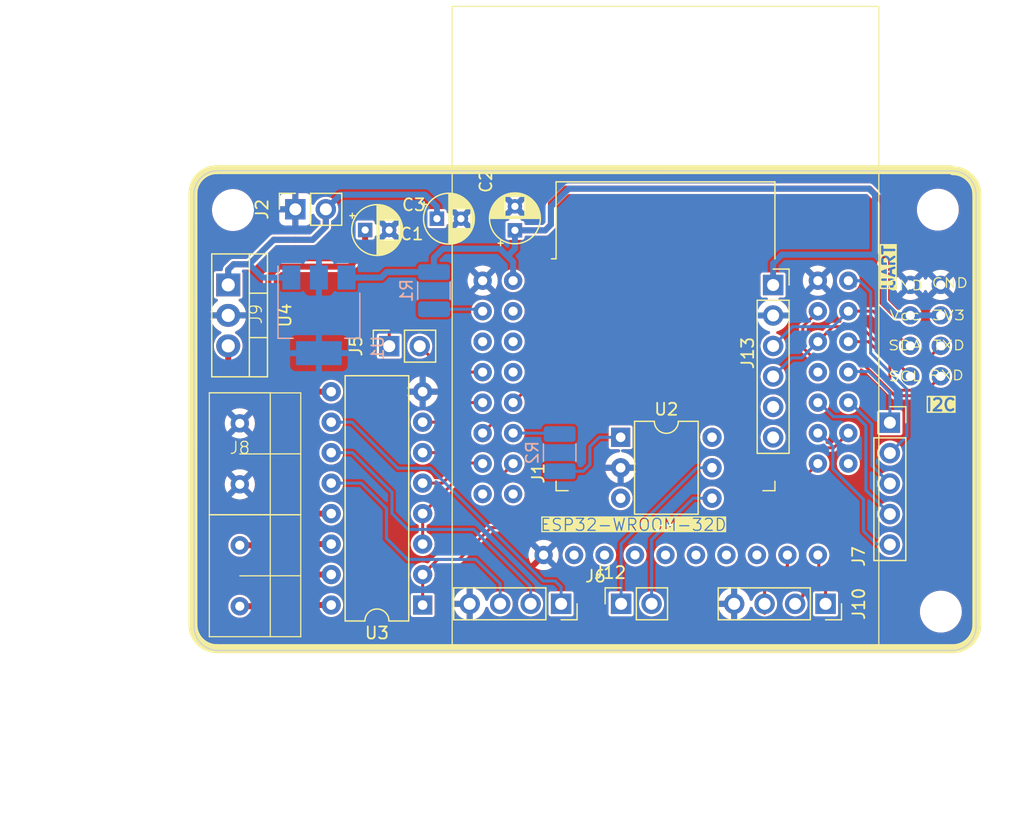
<source format=kicad_pcb>
(kicad_pcb (version 20240108) (generator "pcbnew") (generator_version "8.0")
  (layers (0 "F.Cu" signal) (31 "B.Cu" signal) (34 "B.Paste" user) (35 "F.Paste" user) (36 "B.SilkS" user "B.Silkscreen") (37 "F.SilkS" user "F.Silkscreen") (38 "B.Mask" user) (39 "F.Mask" user) (44 "Edge.Cuts" user))
  (net 0 "")
  (net 1 "GND")
  (net 2 "+3V3")
  (net 3 "+5V")
  (net 4 "/RXD")
  (net 5 "/TXD")
  (net 6 "/SDA")
  (net 7 "/OUT2")
  (net 8 "/OUT3")
  (net 9 "/SCL")
  (net 10 "/OUT1")
  (net 11 "/EN")
  (net 12 "/SOURCE2")
  (net 13 "/SOURCE1")
  (net 14 "/SOURCE3")
  (net 15 "/VDC")
  (net 16 "/DAC1")
  (net 17 "/DAC2")
  (net 18 "/GPIO13")
  (net 19 "/GPIO19")
  (net 20 "/GPIO17")
  (net 21 "/GPIO5")
  (net 22 "/GPIO18")
  (net 23 "/GPIO36")
  (net 24 "/ADC2_CH3")
  (net 25 "/GPIO32")
  (net 26 "/GPIO34")
  (net 27 "/SD_DATA1")
  (net 28 "/SD_DATA2")
  (net 29 "/SD_CLK")
  (net 30 "/SD_CMD")
  (net 31 "/SD_DATA3")
  (net 32 "/ADC2_CH0")
  (net 33 "/GPIO23")
  (net 34 "/SD_DATA0")
  (net 35 "/GPIO27")
  (net 36 "/ADC2_CH2")
  (net 37 "/BOOT")
  (net 39 "/V1-")
  (net 40 "Net-(R2-Pad2)")
  (net 41 "/V1+")
  (net 43 "/GPIO39")
  (net 44 "/DTR")
  (net 45 "/RTS")
  (net 46 "/OUT4")
  (net 47 "/SOURCE4")
  (net 48 "/OUT5")
  (net 49 "/SOURCE5")
  (footprint "Capacitor_THT:CP_Radial_D4.0mm_P2.00mm" (layer "F.Cu") (at 106.75 44.9726 90)
    (property "Reference" "C2" (at 4.1 -2.42 -90) (layer "F.SilkS"))
    (property "Value" "1uF")
    (pad "1" thru_hole rect (at 0 0 90) (size 1.2 1.2) (drill 0.6) (layers "*.Cu" "*.Mask") (net 2 "+3V3"))
    (pad "2" thru_hole circle (at 2 0 90) (size 1.2 1.2) (drill 0.6) (layers "*.Cu" "*.Mask") (net 1 "GND"))
  )
  (footprint "Alexander Footprints Library:ESP32-WROOM-Adapter-Socket-2" (layer "F.Cu") (at 119.3 56.79)
    (property "Reference" "J1" (at -10.61 8.43 90) (layer "F.SilkS"))
    (property "Value" "~")
    (fp_text user "ESP32-WROOM-32D" (at -10.5 13.31 0) (layer "F.SilkS" knockout) (effects (font (thickness 0.1)) (justify left bottom)))
    (pad "" thru_hole circle (at -15.24 10.16) (size 1.524 1.524) (drill 0.762) (layers "*.Cu" "*.Mask"))
    (pad "" thru_hole circle (at -12.7 10.16) (size 1.524 1.524) (drill 0.762) (layers "*.Cu" "*.Mask"))
    (pad "1" thru_hole circle (at -15.24 -7.62) (size 1.524 1.524) (drill 0.762) (layers "*.Cu" "*.Mask") (net 1 "GND"))
    (pad "2" thru_hole circle (at -12.7 -7.62) (size 1.524 1.524) (drill 0.762) (layers "*.Cu" "*.Mask") (net 2 "+3V3"))
    (pad "3" thru_hole circle (at -15.24 -5.08) (size 1.524 1.524) (drill 0.762) (layers "*.Cu" "*.Mask") (net 11 "/EN"))
    (pad "4" thru_hole circle (at -12.7 -5.08) (size 1.524 1.524) (drill 0.762) (layers "*.Cu" "*.Mask") (net 23 "/GPIO36"))
    (pad "5" thru_hole circle (at -15.24 -2.54) (size 1.524 1.524) (drill 0.762) (layers "*.Cu" "*.Mask") (net 43 "/GPIO39"))
    (pad "6" thru_hole circle (at -12.7 -2.54) (size 1.524 1.524) (drill 0.762) (layers "*.Cu" "*.Mask") (net 26 "/GPIO34"))
    (pad "7" thru_hole circle (at -15.24 0) (size 1.524 1.524) (drill 0.762) (layers "*.Cu" "*.Mask") (net 48 "/OUT5"))
    (pad "8" thru_hole circle (at -12.7 0) (size 1.524 1.524) (drill 0.762) (layers "*.Cu" "*.Mask") (net 25 "/GPIO32"))
    (pad "9" thru_hole circle (at -15.24 2.54) (size 1.524 1.524) (drill 0.762) (layers "*.Cu" "*.Mask") (net 46 "/OUT4"))
    (pad "10" thru_hole circle (at -12.7 2.54) (size 1.524 1.524) (drill 0.762) (layers "*.Cu" "*.Mask") (net 16 "/DAC1"))
    (pad "11" thru_hole circle (at -15.24 5.08) (size 1.524 1.524) (drill 0.762) (layers "*.Cu" "*.Mask") (net 17 "/DAC2"))
    (pad "12" thru_hole circle (at -12.7 5.08) (size 1.524 1.524) (drill 0.762) (layers "*.Cu" "*.Mask") (net 35 "/GPIO27"))
    (pad "13" thru_hole circle (at -15.24 7.62) (size 1.524 1.524) (drill 0.762) (layers "*.Cu" "*.Mask") (net 8 "/OUT3"))
    (pad "14" thru_hole circle (at -12.7 7.62) (size 1.524 1.524) (drill 0.762) (layers "*.Cu" "*.Mask") (net 7 "/OUT2"))
    (pad "15" thru_hole circle (at -10.16 15.24 90) (size 1.524 1.524) (drill 0.762) (layers "*.Cu" "*.Mask") (net 1 "GND"))
    (pad "16" thru_hole circle (at -7.62 15.24 90) (size 1.524 1.524) (drill 0.762) (layers "*.Cu" "*.Mask") (net 18 "/GPIO13"))
    (pad "17" thru_hole circle (at -5.08 15.24 90) (size 1.524 1.524) (drill 0.762) (layers "*.Cu" "*.Mask") (net 28 "/SD_DATA2"))
    (pad "18" thru_hole circle (at -2.54 15.24 90) (size 1.524 1.524) (drill 0.762) (layers "*.Cu" "*.Mask") (net 31 "/SD_DATA3"))
    (pad "19" thru_hole circle (at 0 15.24 90) (size 1.524 1.524) (drill 0.762) (layers "*.Cu" "*.Mask") (net 30 "/SD_CMD"))
    (pad "20" thru_hole circle (at 2.54 15.24 90) (size 1.524 1.524) (drill 0.762) (layers "*.Cu" "*.Mask") (net 29 "/SD_CLK"))
    (pad "21" thru_hole circle (at 5.08 15.24 90) (size 1.524 1.524) (drill 0.762) (layers "*.Cu" "*.Mask") (net 34 "/SD_DATA0"))
    (pad "22" thru_hole circle (at 7.62 15.24 90) (size 1.524 1.524) (drill 0.762) (layers "*.Cu" "*.Mask") (net 27 "/SD_DATA1"))
    (pad "23" thru_hole circle (at 10.16 15.24 90) (size 1.524 1.524) (drill 0.762) (layers "*.Cu" "*.Mask") (net 24 "/ADC2_CH3"))
    (pad "24" thru_hole circle (at 12.7 15.24 90) (size 1.524 1.524) (drill 0.762) (layers "*.Cu" "*.Mask") (net 36 "/ADC2_CH2"))
    (pad "25" thru_hole circle (at 15.24 7.62) (size 1.524 1.524) (drill 0.762) (layers "*.Cu" "*.Mask") (net 37 "/BOOT"))
    (pad "26" thru_hole circle (at 12.7 7.62) (size 1.524 1.524) (drill 0.762) (layers "*.Cu" "*.Mask") (net 32 "/ADC2_CH0"))
    (pad "27" thru_hole circle (at 15.24 5.08) (size 1.524 1.524) (drill 0.762) (layers "*.Cu" "*.Mask") (net 10 "/OUT1"))
    (pad "28" thru_hole circle (at 12.7 5.08) (size 1.524 1.524) (drill 0.762) (layers "*.Cu" "*.Mask") (net 20 "/GPIO17"))
    (pad "29" thru_hole circle (at 15.24 2.54) (size 1.524 1.524) (drill 0.762) (layers "*.Cu" "*.Mask") (net 21 "/GPIO5"))
    (pad "30" thru_hole circle (at 12.7 2.54) (size 1.524 1.524) (drill 0.762) (layers "*.Cu" "*.Mask") (net 22 "/GPIO18"))
    (pad "31" thru_hole circle (at 15.24 0) (size 1.524 1.524) (drill 0.762) (layers "*.Cu" "*.Mask") (net 19 "/GPIO19"))
    (pad "32" thru_hole circle (at 12.7 0) (size 1.524 1.524) (drill 0.762) (layers "*.Cu" "*.Mask"))
    (pad "33" thru_hole circle (at 15.24 -2.54) (size 1.524 1.524) (drill 0.762) (layers "*.Cu" "*.Mask") (net 6 "/SDA"))
    (pad "34" thru_hole circle (at 12.7 -2.54) (size 1.524 1.524) (drill 0.762) (layers "*.Cu" "*.Mask") (net 4 "/RXD"))
    (pad "35" thru_hole circle (at 15.24 -5.08) (size 1.524 1.524) (drill 0.762) (layers "*.Cu" "*.Mask") (net 5 "/TXD"))
    (pad "36" thru_hole circle (at 12.7 -5.08) (size 1.524 1.524) (drill 0.762) (layers "*.Cu" "*.Mask") (net 9 "/SCL"))
    (pad "37" thru_hole circle (at 15.24 -7.62) (size 1.524 1.524) (drill 0.762) (layers "*.Cu" "*.Mask") (net 33 "/GPIO23"))
    (pad "38" thru_hole circle (at 12.7 -7.62) (size 1.524 1.524) (drill 0.762) (layers "*.Cu" "*.Mask") (net 1 "GND"))
  )
  (footprint "MountingHole:MountingHole_3mm" (layer "F.Cu") (at 142 43.25)
    (property "Reference" "H1" (hide yes))
    (property "Value" "MountingHole_Pad")
    (pad "" np_thru_hole circle (at 0 0) (size 3 3) (drill 3) (layers "*.Cu" "*.Mask"))
  )
  (footprint "MountingHole:MountingHole_3mm" (layer "F.Cu") (at 83.25 43.28)
    (property "Reference" "H2" (hide yes))
    (property "Value" "MountingHole_Pad")
    (pad "" np_thru_hole circle (at 0 0) (size 3 3) (drill 3) (layers "*.Cu" "*.Mask"))
  )
  (footprint "Package_DIP:DIP-16_W7.62mm" (layer "F.Cu") (at 99.06 76.2 180)
    (property "Reference" "U3" (at 3.81 -2.33 0) (layer "F.SilkS"))
    (property "Value" "ULN2003")
    (pad "1" thru_hole rect (at 0 0 180) (size 1.6 1.6) (drill 0.8) (layers "*.Cu" "*.Mask") (net 10 "/OUT1"))
    (pad "2" thru_hole oval (at 0 2.54 180) (size 1.6 1.6) (drill 0.8) (layers "*.Cu" "*.Mask") (net 10 "/OUT1"))
    (pad "3" thru_hole oval (at 0 5.08 180) (size 1.6 1.6) (drill 0.8) (layers "*.Cu" "*.Mask") (net 7 "/OUT2"))
    (pad "4" thru_hole oval (at 0 7.62 180) (size 1.6 1.6) (drill 0.8) (layers "*.Cu" "*.Mask") (net 7 "/OUT2"))
    (pad "5" thru_hole oval (at 0 10.16 180) (size 1.6 1.6) (drill 0.8) (layers "*.Cu" "*.Mask") (net 8 "/OUT3"))
    (pad "6" thru_hole oval (at 0 12.7 180) (size 1.6 1.6) (drill 0.8) (layers "*.Cu" "*.Mask") (net 46 "/OUT4"))
    (pad "7" thru_hole oval (at 0 15.24 180) (size 1.6 1.6) (drill 0.8) (layers "*.Cu" "*.Mask") (net 48 "/OUT5"))
    (pad "8" thru_hole oval (at 0 17.78 180) (size 1.6 1.6) (drill 0.8) (layers "*.Cu" "*.Mask") (net 1 "GND"))
    (pad "9" thru_hole oval (at 7.62 17.78 180) (size 1.6 1.6) (drill 0.8) (layers "*.Cu" "*.Mask") (net 3 "+5V"))
    (pad "10" thru_hole oval (at 7.62 15.24 180) (size 1.6 1.6) (drill 0.8) (layers "*.Cu" "*.Mask") (net 49 "/SOURCE5"))
    (pad "11" thru_hole oval (at 7.62 12.7 180) (size 1.6 1.6) (drill 0.8) (layers "*.Cu" "*.Mask") (net 47 "/SOURCE4"))
    (pad "12" thru_hole oval (at 7.62 10.16 180) (size 1.6 1.6) (drill 0.8) (layers "*.Cu" "*.Mask") (net 14 "/SOURCE3"))
    (pad "13" thru_hole oval (at 7.62 7.62 180) (size 1.6 1.6) (drill 0.8) (layers "*.Cu" "*.Mask") (net 12 "/SOURCE2"))
    (pad "14" thru_hole oval (at 7.62 5.08 180) (size 1.6 1.6) (drill 0.8) (layers "*.Cu" "*.Mask") (net 12 "/SOURCE2"))
    (pad "15" thru_hole oval (at 7.62 2.54 180) (size 1.6 1.6) (drill 0.8) (layers "*.Cu" "*.Mask") (net 13 "/SOURCE1"))
    (pad "16" thru_hole oval (at 7.62 0 180) (size 1.6 1.6) (drill 0.8) (layers "*.Cu" "*.Mask") (net 13 "/SOURCE1"))
  )
  (footprint "Package_DIP:DIP-6_W7.62mm" (layer "F.Cu") (at 115.56 62.22)
    (property "Reference" "U2" (at 3.81 -2.33 0) (layer "F.SilkS"))
    (property "Value" "4N35")
    (pad "1" thru_hole rect (at 0 0) (size 1.6 1.6) (drill 0.8) (layers "*.Cu" "*.Mask") (net 40 "Net-(R2-Pad2)"))
    (pad "2" thru_hole oval (at 0 2.54) (size 1.6 1.6) (drill 0.8) (layers "*.Cu" "*.Mask") (net 1 "GND"))
    (pad "3" thru_hole oval (at 0 5.08) (size 1.6 1.6) (drill 0.8) (layers "*.Cu" "*.Mask"))
    (pad "4" thru_hole oval (at 7.62 5.08) (size 1.6 1.6) (drill 0.8) (layers "*.Cu" "*.Mask") (net 39 "/V1-"))
    (pad "5" thru_hole oval (at 7.62 2.54) (size 1.6 1.6) (drill 0.8) (layers "*.Cu" "*.Mask") (net 41 "/V1+"))
    (pad "6" thru_hole oval (at 7.62 0) (size 1.6 1.6) (drill 0.8) (layers "*.Cu" "*.Mask"))
  )
  (footprint "Alexander Footprints Library:Conn_Terminal_5mm" (layer "F.Cu") (at 83.82 53.44)
    (property "Reference" "J9" (at 1.33 -1.49 90) (layer "F.SilkS") (effects (font (thickness 0.1))))
    (property "Value" "Conn_01x02_Socket")
    (pad "1" thru_hole circle (at 0 7.62) (size 1.524 1.524) (drill 0.762) (layers "*.Cu" "*.Mask") (net 1 "GND"))
    (pad "2" thru_hole circle (at 0 12.7) (size 1.524 1.524) (drill 0.762) (layers "*.Cu" "*.Mask") (net 1 "GND"))
  )
  (footprint "Connector_PinSocket_2.54mm:PinSocket_1x05_P2.54mm_Vertical" (layer "F.Cu") (at 138 61)
    (property "Reference" "J7" (at -2.6 11.15 90) (layer "F.SilkS"))
    (property "Value" "GPIO")
    (pad "1" thru_hole rect (at 0 0) (size 1.7 1.7) (drill 1) (layers "*.Cu" "*.Mask") (net 19 "/GPIO19"))
    (pad "2" thru_hole oval (at 0 2.54) (size 1.7 1.7) (drill 1) (layers "*.Cu" "*.Mask") (net 33 "/GPIO23"))
    (pad "3" thru_hole oval (at 0 5.08) (size 1.7 1.7) (drill 1) (layers "*.Cu" "*.Mask") (net 21 "/GPIO5"))
    (pad "4" thru_hole oval (at 0 7.62) (size 1.7 1.7) (drill 1) (layers "*.Cu" "*.Mask") (net 22 "/GPIO18"))
    (pad "5" thru_hole oval (at 0 10.16) (size 1.7 1.7) (drill 1) (layers "*.Cu" "*.Mask") (net 20 "/GPIO17"))
  )
  (footprint "Connector_PinSocket_2.54mm:PinSocket_1x02_P2.54mm_Vertical" (layer "F.Cu") (at 88.45 43.22 90)
    (property "Reference" "J2" (at 0 -2.77 -90) (layer "F.SilkS"))
    (property "Value" "PWD")
    (pad "1" thru_hole rect (at 0 0 90) (size 1.7 1.7) (drill 1) (layers "*.Cu" "*.Mask") (net 1 "GND"))
    (pad "2" thru_hole oval (at 0 2.54 90) (size 1.7 1.7) (drill 1) (layers "*.Cu" "*.Mask") (net 15 "/VDC"))
  )
  (footprint "Connector_PinSocket_2.54mm:PinSocket_1x02_P2.54mm_Vertical" (layer "F.Cu") (at 115.6 76.1 90)
    (property "Reference" "J12" (at 2.6 -0.92 180) (layer "F.SilkS"))
    (property "Value" "Conn_01x02_Socket")
    (pad "1" thru_hole rect (at 0 0 90) (size 1.7 1.7) (drill 1) (layers "*.Cu" "*.Mask") (net 41 "/V1+"))
    (pad "2" thru_hole oval (at 0 2.54 90) (size 1.7 1.7) (drill 1) (layers "*.Cu" "*.Mask") (net 39 "/V1-"))
  )
  (footprint "Connector_PinSocket_2.54mm:PinSocket_1x04_P2.54mm_Vertical" (layer "F.Cu") (at 110.6 76.1 -90)
    (property "Reference" "J6" (at -2.3 -2.87 180) (layer "F.SilkS"))
    (property "Value" "SOURCE")
    (pad "1" thru_hole rect (at 0 0 270) (size 1.7 1.7) (drill 1) (layers "*.Cu" "*.Mask") (net 49 "/SOURCE5"))
    (pad "2" thru_hole oval (at 0 2.54 270) (size 1.7 1.7) (drill 1) (layers "*.Cu" "*.Mask") (net 47 "/SOURCE4"))
    (pad "3" thru_hole oval (at 0 5.08 270) (size 1.7 1.7) (drill 1) (layers "*.Cu" "*.Mask") (net 14 "/SOURCE3"))
    (pad "4" thru_hole oval (at 0 7.62 270) (size 1.7 1.7) (drill 1) (layers "*.Cu" "*.Mask") (net 1 "GND"))
  )
  (footprint "Connector_PinSocket_2.54mm:PinSocket_1x04_P2.54mm_Vertical" (layer "F.Cu") (at 132.64 76.1 -90)
    (property "Reference" "J10" (at 0 -2.77 90) (layer "F.SilkS"))
    (property "Value" "ADC")
    (pad "1" thru_hole rect (at 0 0 270) (size 1.7 1.7) (drill 1) (layers "*.Cu" "*.Mask") (net 36 "/ADC2_CH2"))
    (pad "2" thru_hole oval (at 0 2.54 270) (size 1.7 1.7) (drill 1) (layers "*.Cu" "*.Mask") (net 32 "/ADC2_CH0"))
    (pad "3" thru_hole oval (at 0 5.08 270) (size 1.7 1.7) (drill 1) (layers "*.Cu" "*.Mask") (net 24 "/ADC2_CH3"))
    (pad "4" thru_hole oval (at 0 7.62 270) (size 1.7 1.7) (drill 1) (layers "*.Cu" "*.Mask") (net 1 "GND"))
  )
  (footprint "Capacitor_THT:CP_Radial_D4.0mm_P2.00mm" (layer "F.Cu") (at 94.267401 44.948)
    (property "Reference" "C3" (at 4.05 -2.1 0) (layer "F.SilkS"))
    (property "Value" "1uF")
    (pad "1" thru_hole rect (at 0 0) (size 1.2 1.2) (drill 0.6) (layers "*.Cu" "*.Mask") (net 3 "+5V"))
    (pad "2" thru_hole circle (at 2 0) (size 1.2 1.2) (drill 0.6) (layers "*.Cu" "*.Mask") (net 1 "GND"))
  )
  (footprint "Connector_PinSocket_2.54mm:PinSocket_1x02_P2.54mm_Vertical" (layer "F.Cu") (at 96.276 54.625 90)
    (property "Reference" "J5" (at 0 -2.77 -90) (layer "F.SilkS"))
    (property "Value" "DAC_Socket")
    (pad "1" thru_hole rect (at 0 0 90) (size 1.7 1.7) (drill 1) (layers "*.Cu" "*.Mask") (net 16 "/DAC1"))
    (pad "2" thru_hole oval (at 0 2.54 90) (size 1.7 1.7) (drill 1) (layers "*.Cu" "*.Mask") (net 17 "/DAC2"))
  )
  (footprint "Alexander Footprints Library:Conn_UART" (layer "F.Cu") (at 139.7 41.9)
    (property "Reference" "J3" (hide yes))
    (property "Value" "UART")
    (fp_text user "3V3" (at 3.2 10.16 0) (layer "F.SilkS") (effects (font (size 0.8 1) (thickness 0.1))))
    (fp_text user "GND" (at 3.3 7.46 0) (layer "F.SilkS") (effects (font (size 0.8 1) (thickness 0.1))))
    (fp_text user "RXD" (at 3 15.16 0) (layer "F.SilkS") (effects (font (size 0.8 1) (thickness 0.1))))
    (fp_text user "TXD" (at 3.2 12.66 0) (layer "F.SilkS") (effects (font (size 0.8 1) (thickness 0.1))))
    (fp_text user "UART" (at -1.2 6.16 90) (layer "F.SilkS" knockout) (effects (font (thickness 0.2) (bold yes)) (justify bottom)))
    (pad "3V3" thru_hole circle (at 0 10.16) (size 1.524 1.524) (drill 0.762) (layers "*.Cu" "*.Mask") (net 2 "+3V3"))
    (pad "GND" thru_hole circle (at 0 7.62) (size 1.524 1.524) (drill 0.762) (layers "*.Cu" "*.Mask") (net 1 "GND"))
    (pad "RXD" thru_hole circle (at 0 15.24) (size 1.524 1.524) (drill 0.762) (layers "*.Cu" "*.Mask") (net 4 "/RXD"))
    (pad "TXD" thru_hole circle (at 0 12.7) (size 1.524 1.524) (drill 0.762) (layers "*.Cu" "*.Mask") (net 5 "/TXD"))
  )
  (footprint "Capacitor_THT:CP_Radial_D4.0mm_P2.00mm" (layer "F.Cu") (at 100.25 44)
    (property "Reference" "C1" (at -2.1 1.28 0) (layer "F.SilkS"))
    (property "Value" "1uF")
    (pad "1" thru_hole rect (at 0 0) (size 1.2 1.2) (drill 0.6) (layers "*.Cu" "*.Mask") (net 15 "/VDC"))
    (pad "2" thru_hole circle (at 2 0) (size 1.2 1.2) (drill 0.6) (layers "*.Cu" "*.Mask") (net 1 "GND"))
  )
  (footprint "Alexander Footprints Library:LD1117" (layer "F.Cu") (at 82.855 49.52 -90)
    (property "Reference" "U4" (at 2.54 -4.745 90) (layer "F.SilkS"))
    (property "Value" "L7805")
    (pad "1" thru_hole rect (at 0 0 270) (size 1.905 2) (drill 1.1) (layers "*.Cu" "*.Mask") (net 15 "/VDC"))
    (pad "2" thru_hole oval (at 2.54 0 270) (size 1.905 2) (drill 1.1) (layers "*.Cu" "*.Mask") (net 1 "GND"))
    (pad "3" thru_hole oval (at 5.08 0 270) (size 1.905 2) (drill 1.1) (layers "*.Cu" "*.Mask") (net 3 "+5V"))
  )
  (footprint "Alexander Footprints Library:Conn_I2C" (layer "F.Cu") (at 142.24 41.9)
    (property "Reference" "J4" (hide yes))
    (property "Value" "I2C")
    (fp_text user "I2C" (at 0.01 18.206 0) (layer "F.SilkS" knockout) (effects (font (thickness 0.2) (bold yes)) (justify bottom)))
    (fp_text user "SCL" (at -2.99 15.24 0) (layer "F.SilkS") (effects (font (size 0.8 1) (thickness 0.1))))
    (fp_text user "SDA" (at -2.99 12.666 0) (layer "F.SilkS") (effects (font (size 0.8 1) (thickness 0.1))))
    (fp_text user "GND" (at -2.99 7.666 0) (layer "F.SilkS") (effects (font (size 0.8 1) (thickness 0.1))))
    (fp_text user "Vcc" (at -2.99 10.16 0) (layer "F.SilkS") (effects (font (size 0.8 1) (thickness 0.1))))
    (pad "GND" thru_hole circle (at 0 7.62) (size 1.524 1.524) (drill 0.762) (layers "*.Cu" "*.Mask") (net 1 "GND"))
    (pad "SCL" thru_hole circle (at 0 15.24) (size 1.524 1.524) (drill 0.762) (layers "*.Cu" "*.Mask") (net 9 "/SCL"))
    (pad "SDA" thru_hole circle (at 0 12.7) (size 1.524 1.524) (drill 0.762) (layers "*.Cu" "*.Mask") (net 6 "/SDA"))
    (pad "Vcc" thru_hole circle (at 0 10.16) (size 1.524 1.524) (drill 0.762) (layers "*.Cu" "*.Mask") (net 2 "+3V3"))
  )
  (footprint "MountingHole:MountingHole_3mm" (layer "F.Cu") (at 142.25 76.75)
    (property "Reference" "H4" (hide yes))
    (property "Value" "MountingHole_Pad")
    (pad "" np_thru_hole circle (at 0 0) (size 3 3) (drill 3) (layers "*.Cu" "*.Mask"))
  )
  (footprint "Connector_PinSocket_2.54mm:PinSocket_1x06_P2.54mm_Vertical" (layer "F.Cu") (at 128.27 49.53)
    (property "Reference" "J13" (at -2.12 5.67 90) (layer "F.SilkS"))
    (property "Value" "Conn_01x06_Socket")
    (pad "1" thru_hole rect (at 0 0) (size 1.7 1.7) (drill 1) (layers "*.Cu" "*.Mask") (net 2 "+3V3"))
    (pad "2" thru_hole oval (at 0 2.54) (size 1.7 1.7) (drill 1) (layers "*.Cu" "*.Mask") (net 1 "GND"))
    (pad "3" thru_hole oval (at 0 5.08) (size 1.7 1.7) (drill 1) (layers "*.Cu" "*.Mask") (net 5 "/TXD"))
    (pad "4" thru_hole oval (at 0 7.62) (size 1.7 1.7) (drill 1) (layers "*.Cu" "*.Mask") (net 4 "/RXD"))
    (pad "5" thru_hole oval (at 0 10.16) (size 1.7 1.7) (drill 1) (layers "*.Cu" "*.Mask") (net 45 "/RTS"))
    (pad "6" thru_hole oval (at 0 12.7) (size 1.7 1.7) (drill 1) (layers "*.Cu" "*.Mask") (net 44 "/DTR"))
  )
  (footprint "Alexander Footprints Library:Conn_Terminal_5mm" (layer "F.Cu") (at 83.82 63.6)
    (property "Reference" "J8" (at 0 -0.5 0) (layer "F.SilkS") (effects (font (thickness 0.1))))
    (property "Value" "Conn_01x02_Socket")
    (pad "1" thru_hole circle (at 0 7.62) (size 1.524 1.524) (drill 0.762) (layers "*.Cu" "*.Mask") (net 12 "/SOURCE2"))
    (pad "2" thru_hole circle (at 0 12.7) (size 1.524 1.524) (drill 0.762) (layers "*.Cu" "*.Mask") (net 13 "/SOURCE1"))
  )
  (footprint "Resistor_SMD:R_1210_3225Metric_Pad1.30x2.65mm_HandSolder" (layer "B.Cu") (at 100 50 -90)
    (property "Reference" "R1" (at 0 2.28 90) (layer "B.SilkS") (effects (justify mirror)))
    (property "Value" "10K")
    (pad "1" smd roundrect (at -1.55 0 270) (size 1.3 2.65) (layers "B.Cu" "B.Paste" "B.Mask") (roundrect_rratio 0.192308) (net 2 "+3V3"))
    (pad "2" smd roundrect (at 1.55 0 270) (size 1.3 2.65) (layers "B.Cu" "B.Paste" "B.Mask") (roundrect_rratio 0.192308) (net 11 "/EN"))
  )
  (footprint "Resistor_SMD:R_1210_3225Metric_Pad1.30x2.65mm_HandSolder" (layer "B.Cu") (at 110.48 63.5 -90)
    (property "Reference" "R2" (at 0 2.28 90) (layer "B.SilkS") (effects (justify mirror)))
    (property "Value" "1K")
    (pad "1" smd roundrect (at -1.55 0 270) (size 1.3 2.65) (layers "B.Cu" "B.Paste" "B.Mask") (roundrect_rratio 0.192308) (net 35 "/GPIO27"))
    (pad "2" smd roundrect (at 1.55 0 270) (size 1.3 2.65) (layers "B.Cu" "B.Paste" "B.Mask") (roundrect_rratio 0.192308) (net 40 "Net-(R2-Pad2)"))
  )
  (footprint "Package_TO_SOT_SMD:SOT-223-3_TabPin2" (layer "B.Cu") (at 90.414 52.06 -90)
    (property "Reference" "U1" (at 2.7 -4.9 90) (layer "B.SilkS") (effects (justify mirror)))
    (property "Value" "MAX1726EUK33")
    (pad "1" smd rect (at -3.15 2.3 270) (size 2 1.5) (layers "B.Cu" "B.Paste" "B.Mask") (net 15 "/VDC"))
    (pad "2" smd rect (at -3.15 0 270) (size 2 1.5) (layers "B.Cu" "B.Paste" "B.Mask") (net 1 "GND"))
    (pad "2" smd rect (at 3.15 0 270) (size 2 3.8) (layers "B.Cu" "B.Paste" "B.Mask") (net 1 "GND"))
    (pad "3" smd rect (at -3.15 -2.3 270) (size 2 1.5) (layers "B.Cu" "B.Paste" "B.Mask") (net 2 "+3V3"))
  )
  (gr_line (start 145.25 41.86421) (end 145.25 77.835782) (stroke (width 0.75)) (layer "F.SilkS"))
  (gr_line (start 81.914218 39.914218) (end 143.08579 39.914218) (stroke (width 0.75)) (layer "F.SilkS"))
  (gr_arc (start 145.25 77.835782) (mid 144.664218 79.25) (end 143.25 79.835782) (stroke (width 0.75)) (layer "F.SilkS"))
  (gr_line (start 79.914218 41.86421) (end 79.914218 77.835782) (stroke (width 0.75)) (layer "F.SilkS"))
  (gr_arc (start 81.914218 79.835782) (mid 80.5 79.25) (end 79.914218 77.835782) (stroke (width 0.75)) (layer "F.SilkS"))
  (gr_arc (start 143.25 40) (mid 144.664218 40.585782) (end 145.25 42) (stroke (width 0.75)) (layer "F.SilkS"))
  (gr_arc (start 79.914218 41.914218) (mid 80.5 40.5) (end 81.914218 39.914218) (stroke (width 0.75)) (layer "F.SilkS"))
  (gr_line (start 81.914214 79.835782) (end 143.085786 79.835782) (stroke (width 0.75)) (layer "F.SilkS"))
  (gr_line (start 80 42) (end 80.014214 77.985786) (stroke (width 0.1)) (layer "Edge.Cuts"))
  (gr_arc (start 143.185786 40.014214) (mid 144.6 40.6) (end 145.185786 42.014214) (stroke (width 0.1)) (layer "Edge.Cuts"))
  (gr_arc (start 82.014214 79.985786) (mid 80.6 79.4) (end 80.014214 77.985786) (stroke (width 0.1)) (layer "Edge.Cuts"))
  (gr_line (start 145.185786 42.014214) (end 145.185786 77.985786) (stroke (width 0.1)) (layer "Edge.Cuts"))
  (gr_arc (start 80 42) (mid 80.585786 40.585786) (end 82 40) (stroke (width 0.1)) (layer "Edge.Cuts"))
  (gr_line (start 82.014214 79.985786) (end 143.185786 79.985786) (stroke (width 0.1)) (layer "Edge.Cuts"))
  (gr_arc (start 145.185786 77.985786) (mid 144.6 79.4) (end 143.185786 79.985786) (stroke (width 0.1)) (layer "Edge.Cuts"))
  (gr_line (start 143.185786 40.014214) (end 82 40) (stroke (width 0.1)) (layer "Edge.Cuts"))
  (segment (start 84.21 65.75) (end 83.82 66.14) (width 0.5) (layer "F.Cu") (net 1))
  (segment (start 109.75 44.5) (end 109.75 42.75) (width 0.5) (layer "F.Cu") (net 2))
  (segment (start 136.3 41.5) (end 137.4 42.6) (width 0.5) (layer "F.Cu") (net 2))
  (segment (start 109.2774 44.9726) (end 109.75 44.5) (width 0.5) (layer "F.Cu") (net 2))
  (segment (start 137.4 42.6) (end 137.4 51) (width 0.5) (layer "F.Cu") (net 2))
  (segment (start 137.4 51) (end 138.46 52.06) (width 0.5) (layer "F.Cu") (net 2))
  (segment (start 109.75 42.75) (end 111 41.5) (width 0.5) (layer "F.Cu") (net 2))
  (segment (start 106.75 44.9726) (end 109.2774 44.9726) (width 0.5) (layer "F.Cu") (net 2))
  (segment (start 138.46 52.06) (end 139.7 52.06) (width 0.5) (layer "F.Cu") (net 2))
  (segment (start 111 41.5) (end 136.3 41.5) (width 0.5) (layer "F.Cu") (net 2))
  (segment (start 129 47) (end 136.75 47) (width 0.5) (layer "B.Cu") (net 2))
  (segment (start 106.75 46.5) (end 106.125 47.125) (width 0.5) (layer "B.Cu") (net 2))
  (segment (start 96.056 48.45) (end 100 48.45) (width 0.5) (layer "B.Cu") (net 2))
  (segment (start 136.75 47) (end 137.5 47.75) (width 0.5) (layer "B.Cu") (net 2))
  (segment (start 106.6 47.6) (end 106.6 49.17) (width 0.5) (layer "B.Cu") (net 2))
  (segment (start 137.5 51) (end 137.875 51.375) (width 0.5) (layer "B.Cu") (net 2))
  (segment (start 109.75 43) (end 111.25 41.5) (width 0.5) (layer "B.Cu") (net 2))
  (segment (start 109.75 44.5) (end 109.75 43) (width 0.5) (layer "B.Cu") (net 2))
  (segment (start 139.7 52.06) (end 142.24 52.06) (width 0.5) (layer "B.Cu") (net 2))
  (segment (start 128.27 49.53) (end 128.27 47.73) (width 0.5) (layer "B.Cu") (net 2))
  (segment (start 95.596 48.91) (end 92.714 48.91) (width 0.5) (layer "B.Cu") (net 2))
  (segment (start 105.5 46.5) (end 105.875 46.875) (width 0.5) (layer "B.Cu") (net 2))
  (segment (start 109.2774 44.9726) (end 109.75 44.5) (width 0.5) (layer "B.Cu") (net 2))
  (segment (start 111.25 41.5) (end 136.25 41.5) (width 0.5) (layer "B.Cu") (net 2))
  (segment (start 100.75 46.5) (end 105.5 46.5) (width 0.5) (layer "B.Cu") (net 2))
  (segment (start 128.27 47.73) (end 129 47) (width 0.5) (layer "B.Cu") (net 2))
  (segment (start 137.875 51.375) (end 138.56 52.06) (width 0.5) (layer "B.Cu") (net 2))
  (segment (start 106.75 44.9726) (end 109.2774 44.9726) (width 0.5) (layer "B.Cu") (net 2))
  (segment (start 95.596 48.91) (end 96.056 48.45) (width 0.5) (layer "B.Cu") (net 2))
  (segment (start 138.56 52.06) (end 139.7 52.06) (width 0.5) (layer "B.Cu") (net 2))
  (segment (start 100 48.45) (end 100 47.25) (width 0.5) (layer "B.Cu") (net 2))
  (segment (start 136.75 42) (end 136.75 47) (width 0.5) (layer "B.Cu") (net 2))
  (segment (start 105.875 46.875) (end 106.6 47.6) (width 0.5) (layer "B.Cu") (net 2))
  (segment (start 100 47.25) (end 100.75 46.5) (width 0.5) (layer "B.Cu") (net 2))
  (segment (start 106.77 49) (end 106.6 49.17) (width 0.5) (layer "B.Cu") (net 2))
  (segment (start 137.5 47.75) (end 137.5 51) (width 0.5) (layer "B.Cu") (net 2))
  (segment (start 106.75 44.9726) (end 106.75 46.5) (width 0.5) (layer "B.Cu") (net 2))
  (segment (start 136.25 41.5) (end 136.75 42) (width 0.5) (layer "B.Cu") (net 2))
  (segment (start 94.267401 44.948) (end 94.267401 46.686599) (width 0.5) (layer "F.Cu") (net 3))
  (segment (start 86.2 53.8) (end 86.2 48.85) (width 0.5) (layer "F.Cu") (net 3))
  (segment (start 91.44 58.42) (end 84.82 58.42) (width 0.5) (layer "F.Cu") (net 3))
  (segment (start 82.855 56.455) (end 82.855 55.14) (width 0.5) (layer "F.Cu") (net 3))
  (segment (start 86.2 48.85) (end 87.05 48) (width 0.5) (layer "F.Cu") (net 3))
  (segment (start 84.82 58.42) (end 82.855 56.455) (width 0.5) (layer "F.Cu") (net 3))
  (segment (start 83.6 57.2) (end 83.6 56.4) (width 0.5) (layer "F.Cu") (net 3))
  (segment (start 83.6 56.4) (end 86.2 53.8) (width 0.5) (layer "F.Cu") (net 3))
  (segment (start 94.267401 46.686599) (end 92.954 48) (width 0.5) (layer "F.Cu") (net 3))
  (segment (start 87.05 48) (end 92.954 48) (width 0.5) (layer "F.Cu") (net 3))
  (segment (start 139.7 57.1) (end 139.7 57.14) (width 0.25) (layer "F.Cu") (net 4))
  (segment (start 133.25 53) (end 135.6 53) (width 0.25) (layer "F.Cu") (net 4))
  (segment (start 135.6 53) (end 139.7 57.1) (width 0.25) (layer "F.Cu") (net 4))
  (segment (start 132 54.25) (end 133.25 53) (width 0.25) (layer "F.Cu") (net 4))
  (segment (start 140.3 57.2) (end 139.3 57.2) (width 0.25) (layer "F.Cu") (net 4))
  (segment (start 130.65 55.6) (end 132 54.25) (width 0.25) (layer "B.Cu") (net 4))
  (segment (start 129.82 55.6) (end 130.65 55.6) (width 0.25) (layer "B.Cu") (net 4))
  (segment (start 128.27 57.15) (end 129.82 55.6) (width 0.25) (layer "B.Cu") (net 4))
  (segment (start 136.61 51.71) (end 134.54 51.71) (width 0.25) (layer "F.Cu") (net 5))
  (segment (start 134.74 51.54) (end 134.62 51.66) (width 0.25) (layer "F.Cu") (net 5))
  (segment (start 139.5 54.6) (end 136.61 51.71) (width 0.25) (layer "F.Cu") (net 5))
  (segment (start 139.7 54.6) (end 139.5 54.6) (width 0.25) (layer "F.Cu") (net 5))
  (segment (start 129.88 53) (end 133.25 53) (width 0.25) (layer "B.Cu") (net 5))
  (segment (start 133.25 53) (end 134.54 51.71) (width 0.25) (layer "B.Cu") (net 5))
  (segment (start 128.27 54.61) (end 129.88 53) (width 0.25) (layer "B.Cu") (net 5))
  (segment (start 138.59 58.3) (end 140.4 58.3) (width 0.25) (layer "F.Cu") (net 6))
  (segment (start 136.213604 54.25) (end 138 56.036396) (width 0.25) (layer "F.Cu") (net 6))
  (segment (start 138 57.71) (end 138.59 58.3) (width 0.25) (layer "F.Cu") (net 6))
  (segment (start 140.9 55.94) (end 142.24 54.6) (width 0.25) (layer "F.Cu") (net 6))
  (segment (start 140.9 57.8) (end 140.9 55.94) (width 0.25) (layer "F.Cu") (net 6))
  (segment (start 134.54 54.25) (end 136.213604 54.25) (width 0.25) (layer "F.Cu") (net 6))
  (segment (start 138 56.036396) (end 138 57.71) (width 0.25) (layer "F.Cu") (net 6))
  (segment (start 142.24 54.6) (end 142.24 55.26) (width 0.25) (layer "F.Cu") (net 6))
  (segment (start 140.4 58.3) (end 140.9 57.8) (width 0.25) (layer "F.Cu") (net 6))
  (segment (start 99.06 71.12) (end 99.06 68.58) (width 0.25) (layer "F.Cu") (net 7))
  (segment (start 102.04 65.6) (end 105.44 65.6) (width 0.25) (layer "F.Cu") (net 7))
  (segment (start 99.06 68.58) (end 102.04 65.6) (width 0.25) (layer "F.Cu") (net 7))
  (segment (start 105.44 65.6) (end 106.68 64.36) (width 0.25) (layer "F.Cu") (net 7))
  (segment (start 102.39 64.36) (end 104.14 64.36) (width 0.25) (layer "F.Cu") (net 8))
  (segment (start 100.71 66.04) (end 102.39 64.36) (width 0.25) (layer "F.Cu") (net 8))
  (segment (start 99.06 66.04) (end 100.71 66.04) (width 0.25) (layer "F.Cu") (net 8))
  (segment (start 131.5 55.5) (end 135.153604 55.5) (width 0.25) (layer "F.Cu") (net 9))
  (segment (start 130.745 54.745) (end 131.5 55.5) (width 0.25) (layer "F.Cu") (net 9))
  (segment (start 132.08 51.66) (end 130.745 52.995) (width 0.25) (layer "F.Cu") (net 9))
  (segment (start 135.153604 55.5) (end 138.403604 58.75) (width 0.25) (layer "F.Cu") (net 9))
  (segment (start 138.403604 58.75) (end 140.63 58.75) (width 0.25) (layer "F.Cu") (net 9))
  (segment (start 140.63 58.75) (end 142.24 57.14) (width 0.25) (layer "F.Cu") (net 9))
  (segment (start 130.745 52.995) (end 130.745 54.745) (width 0.25) (layer "F.Cu") (net 9))
  (segment (start 102.1 72.4) (end 100.32 72.4) (width 0.25) (layer "F.Cu") (net 10))
  (segment (start 127.85 69.75) (end 104.75 69.75) (width 0.25) (layer "F.Cu") (net 10))
  (segment (start 131.7 63.1) (end 128.55 66.25) (width 0.25) (layer "F.Cu") (net 10))
  (segment (start 99.06 76.2) (end 99.06 73.66) (width 0.25) (layer "F.Cu") (net 10))
  (segment (start 133.31 63.1) (end 131.7 63.1) (width 0.25) (layer "F.Cu") (net 10))
  (segment (start 128.55 66.25) (end 128.55 69.05) (width 0.25) (layer "F.Cu") (net 10))
  (segment (start 104.75 69.75) (end 102.1 72.4) (width 0.25) (layer "F.Cu") (net 10))
  (segment (start 134.54 61.87) (end 133.31 63.1) (width 0.25) (layer "F.Cu") (net 10))
  (segment (start 100.32 72.4) (end 99.06 73.66) (width 0.25) (layer "F.Cu") (net 10))
  (segment (start 128.55 69.05) (end 127.85 69.75) (width 0.25) (layer "F.Cu") (net 10))
  (segment (start 103.72 52.05) (end 104.06 51.71) (width 0.25) (layer "F.Cu") (net 11))
  (segment (start 100 51.55) (end 103.9 51.55) (width 0.25) (layer "B.Cu") (net 11))
  (segment (start 103.9 51.55) (end 104.06 51.71) (width 0.25) (layer "B.Cu") (net 11))
  (segment (start 83.82 71.22) (end 87.03 71.22) (width 0.5) (layer "F.Cu") (net 12))
  (segment (start 88.62 71.12) (end 91.44 71.12) (width 0.5) (layer "F.Cu") (net 12))
  (segment (start 89.67 68.58) (end 91.44 68.58) (width 0.5) (layer "F.Cu") (net 12))
  (segment (start 88.11 70.61) (end 88.62 71.12) (width 0.5) (layer "F.Cu") (net 12))
  (segment (start 87.03 71.22) (end 89.67 68.58) (width 0.5) (layer "F.Cu") (net 12))
  (segment (start 91.44 73.66) (end 89.59 73.66) (width 0.5) (layer "F.Cu") (net 13))
  (segment (start 87.875 75.375) (end 88.7 76.2) (width 0.5) (layer "F.Cu") (net 13))
  (segment (start 88.7 76.2) (end 91.44 76.2) (width 0.5) (layer "F.Cu") (net 13))
  (segment (start 86.95 76.3) (end 87.875 75.375) (width 0.5) (layer "F.Cu") (net 13))
  (segment (start 86.95 76.3) (end 83.82 76.3) (width 0.5) (layer "F.Cu") (net 13))
  (segment (start 89.59 73.66) (end 86.95 76.3) (width 0.5) (layer "F.Cu") (net 13))
  (segment (start 97.8 72.4) (end 96.05 70.65) (width 0.25) (layer "B.Cu") (net 14))
  (segment (start 105.52 74.42) (end 103.5 72.4) (width 0.25) (layer "B.Cu") (net 14))
  (segment (start 103.5 72.4) (end 97.8 72.4) (width 0.25) (layer "B.Cu") (net 14))
  (segment (start 96.05 70.65) (end 96.05 68.15) (width 0.25) (layer "B.Cu") (net 14))
  (segment (start 93.94 66.04) (end 91.44 66.04) (width 0.25) (layer "B.Cu") (net 14))
  (segment (start 96.05 68.15) (end 93.94 66.04) (width 0.25) (layer "B.Cu") (net 14))
  (segment (start 105.52 76.1) (end 105.52 74.42) (width 0.25) (layer "B.Cu") (net 14))
  (segment (start 88.45 45.76) (end 86.64 45.76) (width 0.5) (layer "F.Cu") (net 15))
  (segment (start 89.9 45.76) (end 88.45 45.76) (width 0.5) (layer "F.Cu") (net 15))
  (segment (start 82.855 48.245) (end 82.855 50.06) (width 0.5) (layer "F.Cu") (net 15))
  (segment (start 84.6 47.8) (end 83.3 47.8) (width 0.5) (layer "F.Cu") (net 15))
  (segment (start 90.99 44.67) (end 89.9 45.76) (width 0.5) (layer "F.Cu") (net 15))
  (segment (start 83.3 47.8) (end 82.855 48.245) (width 0.5) (layer "F.Cu") (net 15))
  (segment (start 90.99 43.22) (end 90.99 44.67) (width 0.5) (layer "F.Cu") (net 15))
  (segment (start 86.64 45.76) (end 84.6 47.8) (width 0.5) (layer "F.Cu") (net 15))
  (segment (start 89.9 45.76) (end 90.99 44.67) (width 0.5) (layer "B.Cu") (net 15))
  (segment (start 85.71 48.91) (end 88.114 48.91) (width 0.5) (layer "B.Cu") (net 15))
  (segment (start 90.99 44.67) (end 90.99 43.22) (width 0.5) (layer "B.Cu") (net 15))
  (segment (start 90.99 43.22) (end 92.21 42) (width 0.5) (layer "B.Cu") (net 15))
  (segment (start 99.25 42) (end 100.25 43) (width 0.5) (layer "B.Cu") (net 15))
  (segment (start 84.6 47.8) (end 86.64 45.76) (width 0.5) (layer "B.Cu") (net 15))
  (segment (start 84.6 47.8) (end 85.71 48.91) (width 0.5) (layer "B.Cu") (net 15))
  (segment (start 100.25 43) (end 100.25 44) (width 0.5) (layer "B.Cu") (net 15))
  (segment (start 83.3 47.8) (end 84.6 47.8) (width 0.5) (layer "B.Cu") (net 15))
  (segment (start 86.64 45.76) (end 89.9 45.76) (width 0.5) (layer "B.Cu") (net 15))
  (segment (start 92.21 42) (end 99.25 42) (width 0.5) (layer "B.Cu") (net 15))
  (segment (start 82.855 49.52) (end 82.855 48.245) (width 0.5) (layer "B.Cu") (net 15))
  (segment (start 82.855 48.245) (end 83.3 47.8) (width 0.5) (layer "B.Cu") (net 15))
  (segment (start 96.276 53.474) (end 96.276 54.625) (width 0.25) (layer "F.Cu") (net 16))
  (segment (start 108.1 53.9) (end 107.1 52.9) (width 0.25) (layer "F.Cu") (net 16))
  (segment (start 96.85 52.9) (end 96.276 53.474) (width 0.25) (layer "F.Cu") (net 16))
  (segment (start 108.1 57.83) (end 108.1 53.9) (width 0.25) (layer "F.Cu") (net 16))
  (segment (start 106.6 59.33) (end 108.1 57.83) (width 0.25) (layer "F.Cu") (net 16))
  (segment (start 107.1 52.9) (end 96.85 52.9) (width 0.25) (layer "F.Cu") (net 16))
  (segment (start 99.691 55.5) (end 98.816 54.625) (width 0.25) (layer "F.Cu") (net 17))
  (segment (start 105.4 56.3) (end 104.6 55.5) (width 0.25) (layer "F.Cu") (net 17))
  (segment (start 104.6 55.5) (end 99.691 55.5) (width 0.25) (layer "F.Cu") (net 17))
  (segment (start 105.4 60.53) (end 105.4 56.3) (width 0.25) (layer "F.Cu") (net 17))
  (segment (start 104.06 61.87) (end 105.4 60.53) (width 0.25) (layer "F.Cu") (net 17))
  (segment (start 138.5 60.96) (end 138.46 61) (width 0.25) (layer "B.Cu") (net 19))
  (segment (start 138 61) (end 138 58.5) (width 0.25) (layer "B.Cu") (net 19))
  (segment (start 136.24 56.74) (end 134.62 56.74) (width 0.25) (layer "B.Cu") (net 19))
  (segment (start 138 58.5) (end 136.24 56.74) (width 0.25) (layer "B.Cu") (net 19))
  (segment (start 135.8 70.05) (end 135.8 67.4) (width 0.25) (layer "B.Cu") (net 20))
  (segment (start 136.87 71.12) (end 135.8 70.05) (width 0.25) (layer "B.Cu") (net 20))
  (segment (start 138.5 71.12) (end 136.87 71.12) (width 0.25) (layer "B.Cu") (net 20))
  (segment (start 135.8 67.4) (end 133.25 64.85) (width 0.25) (layer "B.Cu") (net 20))
  (segment (start 133.25 62.99) (end 132.08 61.82) (width 0.25) (layer "B.Cu") (net 20))
  (segment (start 133.25 64.85) (end 133.25 62.99) (width 0.25) (layer "B.Cu") (net 20))
  (segment (start 137.96 66.04) (end 136.5 64.58) (width 0.25) (layer "B.Cu") (net 21))
  (segment (start 136.5 64.58) (end 136.5 61.113604) (width 0.25) (layer "B.Cu") (net 21))
  (segment (start 136.5 61.113604) (end 134.666396 59.28) (width 0.25) (layer "B.Cu") (net 21))
  (segment (start 134.666396 59.28) (end 134.62 59.28) (width 0.25) (layer "B.Cu") (net 21))
  (segment (start 133.3 60.5) (end 132.08 59.28) (width 0.25) (layer "B.Cu") (net 22))
  (segment (start 136 66.62) (end 136 61.25) (width 0.25) (layer "B.Cu") (net 22))
  (segment (start 136 61.25) (end 135.25 60.5) (width 0.25) (layer "B.Cu") (net 22))
  (segment (start 137.96 68.58) (end 136 66.62) (width 0.25) (layer "B.Cu") (net 22))
  (segment (start 135.25 60.5) (end 133.3 60.5) (width 0.25) (layer "B.Cu") (net 22))
  (segment (start 127.56 74.84) (end 129.46 72.94) (width 0.25) (layer "F.Cu") (net 24))
  (segment (start 129.46 72.94) (end 129.46 72.03) (width 0.25) (layer "F.Cu") (net 24))
  (segment (start 127.56 76.9) (end 127.56 75.64) (width 0.25) (layer "F.Cu") (net 24))
  (segment (start 127.56 76.1) (end 127.56 74.84) (width 0.25) (layer "F.Cu") (net 24))
  (segment (start 129.4 67.01) (end 132 64.41) (width 0.25) (layer "F.Cu") (net 32))
  (segment (start 130.75 75.45) (end 130.75 70.75) (width 0.25) (layer "F.Cu") (net 32))
  (segment (start 129.4 69.4) (end 129.4 67.01) (width 0.25) (layer "F.Cu") (net 32))
  (segment (start 130.75 70.75) (end 129.4 69.4) (width 0.25) (layer "F.Cu") (net 32))
  (segment (start 130.1 76.1) (end 130.75 75.45) (width 0.25) (layer "F.Cu") (net 32))
  (segment (start 139.4 58.2) (end 139.4 62.14) (width 0.25) (layer "B.Cu") (net 33))
  (segment (start 135.47 49.17) (end 136.4 50.1) (width 0.25) (layer "B.Cu") (net 33))
  (segment (start 136.4 55.2) (end 139.4 58.2) (width 0.25) (layer "B.Cu") (net 33))
  (segment (start 135.1 49.6) (end 134.62 49.12) (width 0.25) (layer "B.Cu") (net 33))
  (segment (start 136.4 50.1) (end 136.4 55.2) (width 0.25) (layer "B.Cu") (net 33))
  (segment (start 139.4 62.14) (end 138 63.54) (width 0.25) (layer "B.Cu") (net 33))
  (segment (start 134.54 49.17) (end 135.47 49.17) (width 0.25) (layer "B.Cu") (net 33))
  (segment (start 106.6 61.87) (end 110.4 61.87) (width 0.25) (layer "B.Cu") (net 35))
  (segment (start 110.4 61.87) (end 110.48 61.95) (width 0.25) (layer "B.Cu") (net 35))
  (segment (start 132.08 74.18) (end 132.08 72.03) (width 0.25) (layer "F.Cu") (net 36))
  (segment (start 132.64 76.1) (end 132.64 74.74) (width 0.25) (layer "F.Cu") (net 36))
  (segment (start 132.64 74.74) (end 132.08 74.18) (width 0.25) (layer "F.Cu") (net 36))
  (segment (start 134.77 64.64) (end 134.54 64.41) (width 0.25) (layer "F.Cu") (net 37))
  (segment (start 134.5 64.45) (end 134.54 64.41) (width 0.25) (layer "F.Cu") (net 37))
  (segment (start 121.6 67.3) (end 118.14 70.76) (width 0.25) (layer "B.Cu") (net 39))
  (segment (start 118.1 76.5) (end 118.14 76.46) (width 0.25) (layer "B.Cu") (net 39))
  (segment (start 123.18 67.3) (end 121.6 67.3) (width 0.25) (layer "B.Cu") (net 39))
  (segment (start 118.14 76.1) (end 118.14 70.76) (width 0.25) (layer "B.Cu") (net 39))
  (segment (start 112.45 65.05) (end 113 64.5) (width 0.25) (layer "B.Cu") (net 40))
  (segment (start 113 64.5) (end 113 63) (width 0.25) (layer "B.Cu") (net 40))
  (segment (start 113 63) (end 113.78 62.22) (width 0.25) (layer "B.Cu") (net 40))
  (segment (start 110.48 65.05) (end 112.45 65.05) (width 0.25) (layer "B.Cu") (net 40))
  (segment (start 113.78 62.22) (end 115.56 62.22) (width 0.25) (layer "B.Cu") (net 40))
  (segment (start 123.18 64.76) (end 121.94 64.76) (width 0.25) (layer "B.Cu") (net 41))
  (segment (start 115.56 76.5) (end 115.6 76.46) (width 0.25) (layer "B.Cu") (net 41))
  (segment (start 115.6 71.1) (end 115.6 76.1) (width 0.25) (layer "B.Cu") (net 41))
  (segment (start 121.94 64.76) (end 115.6 71.1) (width 0.25) (layer "B.Cu") (net 41))
  (segment (start 127.9 62.6) (end 128.27 62.23) (width 0.25) (layer "F.Cu") (net 44))
  (segment (start 102.87 59.33) (end 104.06 59.33) (width 0.25) (layer "F.Cu") (net 46))
  (segment (start 103.97 59.28) (end 104.14 59.28) (width 0.25) (layer "F.Cu") (net 46))
  (segment (start 99.06 63.5) (end 101.7 63.5) (width 0.25) (layer "F.Cu") (net 46))
  (segment (start 102.3 59.9) (end 102.87 59.33) (width 0.25) (layer "F.Cu") (net 46))
  (segment (start 102.3 62.9) (end 102.3 59.9) (width 0.25) (layer "F.Cu") (net 46))
  (segment (start 101.7 63.5) (end 102.3 62.9) (width 0.25) (layer "F.Cu") (net 46))
  (segment (start 96.5 68.56) (end 97.84 69.9) (width 0.25) (layer "B.Cu") (net 47))
  (segment (start 97.84 69.9) (end 103.3 69.9) (width 0.25) (layer "B.Cu") (net 47))
  (segment (start 96.5 66.8) (end 96.5 68.56) (width 0.25) (layer "B.Cu") (net 47))
  (segment (start 91.44 63.5) (end 93.2 63.5) (width 0.25) (layer "B.Cu") (net 47))
  (segment (start 93.2 63.5) (end 96.5 66.8) (width 0.25) (layer "B.Cu") (net 47))
  (segment (start 103.3 69.9) (end 108.06 74.66) (width 0.25) (layer "B.Cu") (net 47))
  (segment (start 108.06 74.66) (end 108.06 76.1) (width 0.25) (layer "B.Cu") (net 47))
  (segment (start 102.21 56.79) (end 104.06 56.79) (width 0.25) (layer "F.Cu") (net 48))
  (segment (start 101.4 60.4) (end 101.4 57.6) (width 0.25) (layer "F.Cu") (net 48))
  (segment (start 101.4 57.6) (end 102.21 56.79) (width 0.25) (layer "F.Cu") (net 48))
  (segment (start 100.84 60.96) (end 101.4 60.4) (width 0.25) (layer "F.Cu") (net 48))
  (segment (start 99.06 60.96) (end 100.84 60.96) (width 0.25) (layer "F.Cu") (net 48))
  (segment (start 110.1 74.2) (end 110.6 74.7) (width 0.25) (layer "B.Cu") (net 49))
  (segment (start 110.6 74.7) (end 110.6 76.1) (width 0.25) (layer "B.Cu") (net 49))
  (segment (start 93.16 60.96) (end 97 64.8) (width 0.25) (layer "B.Cu") (net 49))
  (segment (start 99.7 64.8) (end 109.1 74.2) (width 0.25) (layer "B.Cu") (net 49))
  (segment (start 91.44 60.96) (end 93.16 60.96) (width 0.25) (layer "B.Cu") (net 49))
  (segment (start 97 64.8) (end 99.7 64.8) (width 0.25) (layer "B.Cu") (net 49))
  (segment (start 109.1 74.2) (end 110.1 74.2) (width 0.25) (layer "B.Cu") (net 49))
  (zone (net 1) (net_name "GND") (layer "F.Cu") (priority 1) (connect_pads (clearance 0)) (min_thickness 0.25) (fill yes (thermal_gap 0.5) (thermal_bridge_width 0.5))
    (polygon (pts (xy 80 40) (xy 80 80) (xy 145.25 80) (xy 145.25 40)))
  )
  (zone (net 1) (net_name "GND") (layer "B.Cu") (connect_pads (clearance 0)) (min_thickness 0.25) (fill yes (thermal_gap 0.5) (thermal_bridge_width 0.5))
    (polygon (pts (xy 80 40) (xy 145.2 40) (xy 145.2 80) (xy 80 80)))
  )
)
</source>
